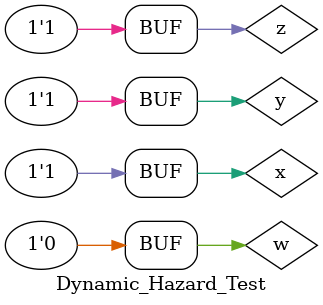
<source format=v>
module Dynamic_Hazard_Test;
	// Inputs
	reg w;
	reg x;
	reg y;
	reg z;
	// Outputs
	wire f;
	// Instantiate the Unit Under Test (UUT)
	Dynamic_Hazard uut (
		.w(w),
		.x(x),
		.y(y),
		.z(z),
		.f(f)
	);
	initial begin
		// Initialize Inputs
			w = 1'b0; x = 1'b0; y = 1'b0; z = 1'b0;
		#5 	x = 1'b1; y = 1'b1; z = 1'b1;
		#30 	w = 1'b1;
		#20 	w = 1'b0;
	end
endmodule

</source>
